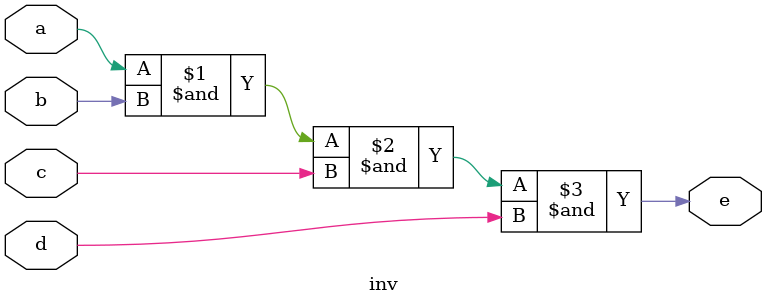
<source format=v>
`timescale 1ns / 1ps

module inv(a, b, c, d, e);
input a, b, c, d;
output e;

assign e = a&b&c&d;
endmodule

</source>
